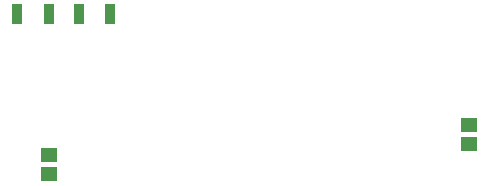
<source format=gtp>
%FSTAX23Y23*%
%MOIN*%
%SFA1B1*%

%IPPOS*%
%ADD14R,0.057090X0.051180*%
%ADD15R,0.037640X0.065280*%
%LNpcb1-1*%
%LPD*%
G54D14*
X041Y03931D03*
Y03868D03*
X055Y03968D03*
Y04031D03*
G54D15*
X04304Y044D03*
X042D03*
X03995D03*
X041D03*
M02*
</source>
